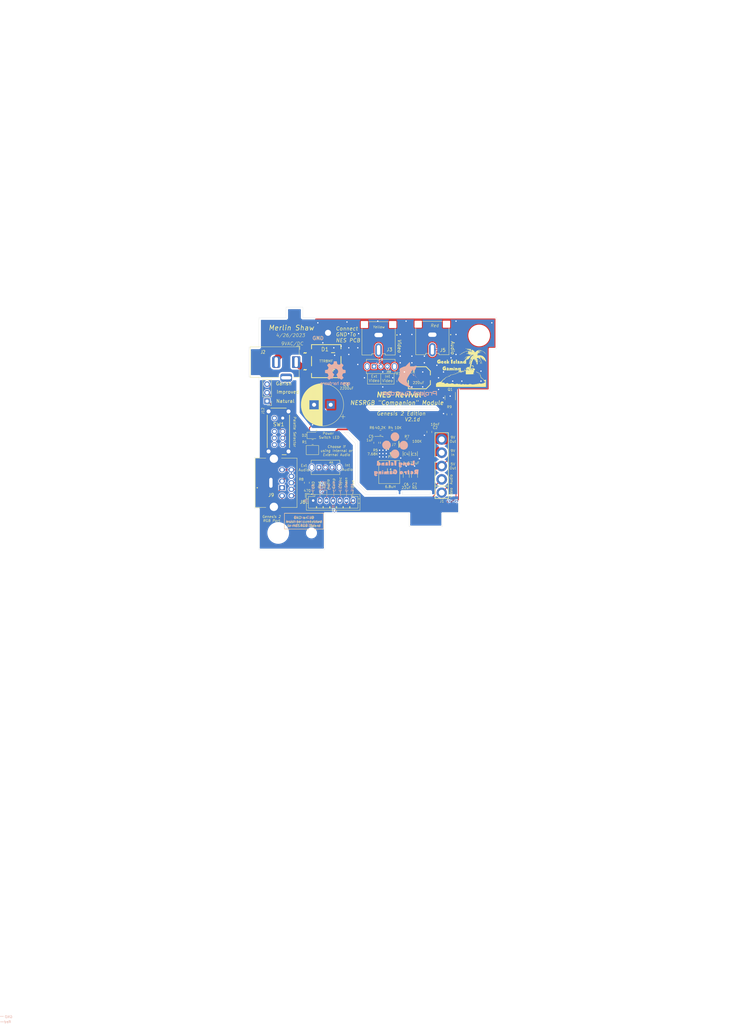
<source format=kicad_pcb>
(kicad_pcb (version 20211014) (generator pcbnew)
  (layers (0 "F.Cu" signal) (31 "B.Cu" signal) (34 "B.Paste" user) (35 "F.Paste" user) (36 "B.SilkS" user "B.Silkscreen") (37 "F.SilkS" user "F.Silkscreen") (38 "B.Mask" user) (39 "F.Mask" user) (44 "Edge.Cuts" user))
  (net 0 "")
  (net 1 "5V Out")
  (net 2 "Net-(D2-Pad2)")
  (net 3 "Video Out")
  (net 4 "GND")
  (net 5 "Video In")
  (net 6 "Audio In")
  (net 7 "9VIn")
  (net 8 "9VOut")
  (net 10 "Net-(J7-Pad4)")
  (net 11 "Net-(R4-Pad2)")
  (net 12 "SW")
  (net 13 "EN")
  (net 14 "Net-(C5-Pad1)")
  (net 15 "CSync")
  (net 16 "Blue")
  (net 17 "Green")
  (net 18 "Aud")
  (net 19 "Red")
  (net 20 "MultiFunction")
  (net 21 "A")
  (net 22 "Net-(SW1-Pad6)")
  (net 23 "Net-(SW1-Pad7)")
  (net 24 "Net-(SW1-Pad8)")
  (net 25 "Gnd2")
  (net 26 "Csync2")
  (net 27 "AC")
  (net 28 "AC2")
  (net 29 "LED_In")
  (net 30 "Int_Vid")
  (net 31 "2t2")
  (net 32 "2i2")
  (footprint "Resistor_SMD:R_0805_2012Metric" (layer "F.Cu") (at 243.3 -53.5 180)
    (fp_text reference "R4")
    (fp_text value "10k")
  )
  (footprint "Merlin:SolderJumper-2_P1.3mm_Open_TrianglePad1.0x1.5mm" (layer "F.Cu") (at 219.4 -48.3 180)
    (fp_text reference "RJV-EXT1" hide)
    (fp_text value "Resistor" hide)
  )
  (footprint "Capacitor_SMD:C_0805_2012Metric" (layer "F.Cu") (at 240.55 -50.5 -90)
    (fp_text reference "C5")
    (fp_text value "1uF")
  )
  (footprint "easyeda:SOT-23-6_L2.9-W1.6-P0.95-LS2.8-BR" (layer "F.Cu") (at 243.8 -50 -90)
    (fp_text reference "J7")
    (fp_text value "SOT-23-6_L2.9-W1.6-P0.95-LS2.8-BR" hide)
  )
  (footprint "Merlin:SW_OS102011MS2QN1" (layer "F.Cu") (at 223.3 -43.1)
    (fp_text reference "J11")
    (fp_text value "DP3T")
  )
  (footprint "Connector_PinHeader_2.54mm:PinHeader_1x04_P2.54mm_Vertical" (layer "F.Cu") (at 205.75 -63 180)
    (fp_text reference "J12")
    (fp_text value "${ALTIUM_VALUE}")
  )
  (footprint "Resistor_SMD:R_0805_2012Metric" (layer "F.Cu") (at 219.4375 -50.7 180)
    (fp_text reference "R1")
    (fp_text value "680")
  )
  (footprint "Resistor_SMD:R_0805_2012Metric" (layer "F.Cu") (at 239.8 -53.5 180)
    (fp_text reference "R6")
    (fp_text value "40.2k")
  )
  (footprint "" (layer "F.Cu") (at 209.1 -23.42)
    (fp_text reference "")
    (fp_text value "")
  )
  (footprint "Merlin:GeekIsland2" (layer "F.Cu") (at 264 -73.25)
    (fp_text reference "G***" hide)
    (fp_text value "LOGO" hide)
  )
  (footprint "Capacitor_SMD:C_1206_3216Metric" (layer "F.Cu") (at 250 -47.2 -90)
    (fp_text reference "C3")
    (fp_text value "22uf/25")
  )
  (footprint "Resistor_SMD:R_0805_2012Metric" (layer "F.Cu") (at 247.7 -50.9)
    (fp_text reference "R7")
    (fp_text value "100K")
  )
  (footprint "Merlin:CUI_MD-90SM" (layer "F.Cu") (at 208.4 -38.48 -90)
    (fp_text reference "J9")
    (fp_text value "MD-90SM" hide)
  )
  (footprint "Capacitor_SMD:C_1206_3216Metric" (layer "F.Cu") (at 250.05 -40.75 90)
    (fp_text reference "C7")
    (fp_text value "22uf/25")
  )
  (footprint "Connector_BarrelJack:BarrelJack_Horizontal" (layer "F.Cu") (at 214.5 -74.7)
    (fp_text reference "J2")
    (fp_text value "DC-005-5A-2.5")
  )
  (footprint "Resistor_SMD:R_0805_2012Metric" (layer "F.Cu") (at 245.5 -69 90)
    (fp_text reference "R10")
    (fp_text value "110R")
  )
  (footprint "Electromechanical.IntLib:SW-DP3T (EG2319)" (layer "F.Cu") (at 209.2 -53.9 -90)
    (fp_text reference "SW1")
    (fp_text value "DP3T" hide)
  )
  (footprint "Resistor_SMD:R_0805_2012Metric" (layer "F.Cu") (at 238.55 -50.5 -90)
    (fp_text reference "R5")
    (fp_text value "7.68k")
  )
  (footprint "Merlin:CUI_RCJ-044" (layer "F.Cu") (at 239.246 -82.842 90)
    (fp_text reference "J3")
    (fp_text value "White RCJ-" hide)
    (fp_line (start 2.3 5.15) (end 4 5.15) (layer "Edge.Cuts") (width 0.01))
    (fp_line (start 4 5.15) (end 4 3.35) (layer "Edge.Cuts") (width 0.01))
    (fp_line (start 2.3 -5.15) (end 2.3 -3.35) (layer "Edge.Cuts") (width 0.01))
    (fp_line (start 4 -5.15) (end 2.3 -5.15) (layer "Edge.Cuts") (width 0.01))
    (fp_line (start 2.3 3.35) (end 2.3 5.15) (layer "Edge.Cuts") (width 0.01))
    (fp_line (start 4 -3.35) (end 4 -5.15) (layer "Edge.Cuts") (width 0.01))
    (fp_line (start 4 3.35) (end 2.3 3.35) (layer "Edge.Cuts") (width 0.01))
    (fp_line (start 2.3 -3.35) (end 4 -3.35) (layer "Edge.Cuts") (width 0.01))
  )
  (footprint "easyeda:CAP-SMD_BD6.3-L6.5-W6.5-LS7.0-FD" (layer "F.Cu") (at 251.5 -70 180)
    (fp_text reference "C8")
    (fp_text value "220uF" hide)
  )
  (footprint "Capacitor_SMD:C_1206_3216Metric" (layer "F.Cu") (at 247.55 -40.75 90)
    (fp_text reference "C6")
    (fp_text value "22uf/25")
  )
  (footprint "easyeda:DIO-BG-TH_TTF" (layer "F.Cu") (at 223.55 -75 180)
    (fp_text reference "D1")
    (fp_text value "AC" hide)
  )
  (footprint "Resistor_SMD:R_0805_2012Metric" (layer "F.Cu") (at 260.5 -59 90)
    (fp_text reference "R9")
    (fp_text value "300")
  )
  (footprint "" (layer "F.Cu") (at 219.1 -23.42)
    (fp_text reference "")
    (fp_text value "")
  )
  (footprint "Resistor_SMD:R_0805_2012Metric" (layer "F.Cu") (at 217.7 -38.5 90)
    (fp_text reference "R8")
    (fp_text value "470" hide)
  )
  (footprint "Capacitor_SMD:C_0805_2012Metric" (layer "F.Cu") (at 254.5 -53.75 -90)
    (fp_text reference "C2")
    (fp_text value "10nF")
  )
  (footprint "Merlin:CUI_RCJ-044" (layer "F.Cu") (at 255.392 -82.936 90)
    (fp_text reference "J5")
    (fp_text value "Red RCJ-042" hide)
    (fp_line (start 4 -3.35) (end 4 -5.15) (layer "Edge.Cuts") (width 0.01))
    (fp_line (start 2.3 5.15) (end 4 5.15) (layer "Edge.Cuts") (width 0.01))
    (fp_line (start 2.3 -3.35) (end 4 -3.35) (layer "Edge.Cuts") (width 0.01))
    (fp_line (start 2.3 3.35) (end 2.3 5.15) (layer "Edge.Cuts") (width 0.01))
    (fp_line (start 4 3.35) (end 2.3 3.35) (layer "Edge.Cuts") (width 0.01))
    (fp_line (start 4 5.15) (end 4 3.35) (layer "Edge.Cuts") (width 0.01))
    (fp_line (start 4 -5.15) (end 2.3 -5.15) (layer "Edge.Cuts") (width 0.01))
    (fp_line (start 2.3 -5.15) (end 2.3 -3.35) (layer "Edge.Cuts") (width 0.01))
  )
  (footprint "Connector_JST:JST_PH_B7B-PH-K_1x07_P2.00mm_Vertical" (layer "F.Cu") (at 219.6 -33.15)
    (fp_text reference "J8")
    (fp_text value "${ALTIUM_VALUE}")
  )
  (footprint "" (layer "F.Cu") (at 269.45 -82.7)
    (fp_text reference "")
    (fp_text value "")
  )
  (footprint "Merlin:Inductor-L_6.3x6.3_H3" (layer "F.Cu") (at 242.39 -41.5)
    (fp_text reference "L1")
    (fp_text value "6.8uH")
  )
  (footprint "Package_TO_SOT_SMD:SOT-23" (layer "F.Cu") (at 260.75 -64 -90)
    (fp_text reference "Q1")
    (fp_text value " ")
  )
  (footprint "Capacitor_SMD:C_1206_3216Metric" (layer "F.Cu") (at 247.5 -47.2 -90)
    (fp_text reference "C4")
    (fp_text value ".1uF")
  )
  (footprint "Connectors.IntLib:WIREPAD-09-15" (layer "F.Cu") (at 224.05 -83.5 90)
    (fp_text reference "GND")
    (fp_text value "Wire Pad" hide)
  )
  (footprint "Specialty Components.IntLib:RF BOARD CONNECTOR" (layer "F.Cu") (at 258.2 -35.5 90)
    (fp_text reference "J1")
    (fp_text value "Board Connector" hide)
  )
  (footprint "Capacitor_THT:CP_Radial_D12.5mm_P5.00mm" (layer "F.Cu") (at 224.867677 -61.9 180)
    (fp_text reference "C1")
    (fp_text value "2200uF 25V")
  )
  (footprint "Merlin:SW_OS102011MS2QN1" (layer "F.Cu") (at 239.9 -73.4)
    (fp_text reference "J10")
    (fp_text value "Conn_01x03")
  )
  (footprint "LED_SMD:LED_0805_2012Metric" (layer "F.Cu") (at 219.4375 -52.7)
    (fp_text reference "D2")
    (fp_text value "Power LED")
  )
  (footprint "Merlin:LongIslandRetroGaming4" (layer "B.Cu") (at 244.25 -47.25 180)
    (fp_text reference "G***")
    (fp_text value "LOGO" hide)
  )
  (footprint "Merlin:PG_20mmx13.1mm" (layer "B.Cu") (at 248.5 -69.75 180)
    (fp_text reference "G***" hide)
    (fp_text value "LOGO" hide)
  )
  (footprint "Symbol:OSHW-Logo2_9.8x8mm_SilkScreen" (layer "B.Cu") (at 226.25 -71.25 180)
    (fp_text reference "REF**" hide)
    (fp_text value "OSHW-Logo2_9.8x8mm_SilkScreen" hide)
  )
  (gr_line (start 231.4 -34.499756) (end 231.4 -35.500245) (layer "B.SilkS") (width 0.12))
  (gr_line (start 227.82 -34.500245) (end 227.82 -35.500245) (layer "B.SilkS") (width 0.12))
  (gr_line (start 126.599022 121.71) (end 125.599022 121.71) (layer "B.SilkS") (width 0.12))
  (gr_rect (start 210.95 -24.625) (end 222.7 -29.375) (layer "B.SilkS") (width 0.12) (fill none))
  (gr_line (start 223.7 -34.449756) (end 223.7 -35.449756) (layer "B.SilkS") (width 0.12))
  (gr_line (start 126.649511 123.36) (end 125.649022 123.36) (layer "B.SilkS") (width 0.12))
  (gr_line (start 221.66 -34.450245) (end 221.66 -35.450245) (layer "B.SilkS") (width 0.12))
  (gr_line (start 229.62 -34.500245) (end 229.62 -35.500245) (layer "B.SilkS") (width 0.12))
  (gr_line (start 225.82 -34.500245) (end 225.82 -35.500245) (layer "B.SilkS") (width 0.12))
  (gr_line (start 219.62 -34.400245) (end 219.62 -35.400245) (layer "B.SilkS") (width 0.12))
  (gr_rect (start 217.5 -46.925) (end 221.25 -49.675) (layer "F.SilkS") (width 0.12) (fill none))
  (gr_line (start 243.9 -71.1) (end 243.9 -68.1) (layer "F.SilkS") (width 0.12))
  (gr_line (start 229.6 -36.4) (end 229.6 -35.4) (layer "F.SilkS") (width 0.12))
  (gr_line (start 240.55 -52.4) (end 240.55 -52.2) (layer "F.SilkS") (width 0.12))
  (gr_line (start 219.5 -36.3) (end 219.5 -35.3) (layer "F.SilkS") (width 0.12))
  (gr_line (start 221.56 -36.35) (end 221.56 -35.35) (layer "F.SilkS") (width 0.12))
  (gr_line (start 235.9 -68.1) (end 243.9 -68.1) (layer "F.SilkS") (width 0.12))
  (gr_line (start 223.71 -36.349511) (end 223.71 -35.349511) (layer "F.SilkS") (width 0.12))
  (gr_line (start 231.6 -36.250245) (end 231.6 -35.249756) (layer "F.SilkS") (width 0.12))
  (gr_line (start 225.75 -36.4) (end 225.75 -35.4) (layer "F.SilkS") (width 0.12))
  (gr_line (start 238.05 -52.4) (end 240.55 -52.4) (layer "F.SilkS") (width 0.12))
  (gr_rect (start 211 -29.3) (end 222.75 -24.55) (layer "F.SilkS") (width 0.12) (fill none))
  (gr_line (start 239.9 -71.1) (end 239.9 -68.1) (layer "F.SilkS") (width 0.12))
  (gr_line (start 220.6 -54.4375) (end 220.6 -53.9625) (layer "F.SilkS") (width 0.12))
  (gr_line (start 227.75 -36.4) (end 227.75 -35.4) (layer "F.SilkS") (width 0.12))
  (gr_line (start 220.3625 -54.2) (end 220.8375 -54.2) (layer "F.SilkS") (width 0.12))
  (gr_line (start 235.9 -68.1) (end 235.9 -71.1) (layer "F.SilkS") (width 0.12))
  (gr_line (start 203.3 -18.42) (end 203.3 -30.8) (layer "Edge.Cuts") (width 0.05))
  (gr_line (start 236.75 -60.5) (end 236.5 -60.75) (layer "Edge.Cuts") (width 0.05))
  (gr_line (start 230.05 -53.75) (end 229.05 -53.75) (layer "Edge.Cuts") (width 0.05))
  (gr_line (start 241.75 -61.25) (end 236 -61.25) (layer "Edge.Cuts") (width 0.05))
  (gr_line (start 272.6 -66.2) (end 263.45 -66.2) (layer "Edge.Cuts") (width 0.05))
  (gr_line (start 248.45 -29.32) (end 223.1 -29.32) (layer "Edge.Cuts") (width 0.05))
  (gr_line (start 235.55 -35.75) (end 244.8 -35.75) (layer "Edge.Cuts") (width 0.05))
  (gr_line (start 263.45 -29.32) (end 258.4 -29.32) (layer "Edge.Cuts") (width 0.05))
  (gr_line (start 223.1 -29.32) (end 223.1 -18.42) (layer "Edge.Cuts") (width 0.05))
  (gr_line (start 242.25 -60.5) (end 236.75 -60.5) (layer "Edge.Cuts") (width 0.05))
  (gr_line (start 235.3 -35) (end 232.3 -38) (layer "Edge.Cuts") (width 0.05))
  (gr_line (start 232.3 -50.25) (end 232.3 -38) (layer "Edge.Cuts") (width 0.05))
  (gr_line (start 202 -30.8) (end 203.3 -30.8) (layer "Edge.Cuts") (width 0.05))
  (gr_line (start 228.8 -53.75) (end 229.05 -53.75) (layer "Edge.Cuts") (width 0.05))
  (gr_line (start 263.45 -66.2) (end 263.45 -29.32) (layer "Edge.Cuts") (width 0.05))
  (gr_line (start 244.8 -35.75) (end 244.8 -35) (layer "Edge.Cuts") (width 0.05))
  (gr_line (start 211.45 -91.2) (end 216.5 -91.2) (layer "Edge.Cuts") (width 0.05))
  (gr_line (start 203.3 -79.2) (end 203.3 -88) (layer "Edge.Cuts") (width 0.05))
  (gr_line (start 274.65 -88.1) (end 274.65 -78.7) (layer "Edge.Cuts") (width 0.05))
  (gr_line (start 257 -60.5) (end 256.25 -61.25) (layer "Edge.Cuts") (width 0.05))
  (gr_line (start 233.05 -50.75) (end 230.05 -53.75) (layer "Edge.Cuts") (width 0.05))
  (gr_line (start 203.3 -88) (end 211.45 -88) (layer "Edge.Cuts") (width 0.05))
  (gr_line (start 216.5 -88.1) (end 274.65 -88.1) (layer "Edge.Cuts") (width 0.05))
  (gr_line (start 236 -61.25) (end 236.5 -60.75) (layer "Edge.Cuts") (width 0.05))
  (gr_line (start 242.25 -60.5) (end 257 -60.5) (layer "Edge.Cuts") (width 0.05))
  (gr_line (start 235.55 -35.75) (end 233.05 -38.25) (layer "Edge.Cuts") (width 0.05))
  (gr_line (start 246.3 -35.75) (end 246.3 -35) (layer "Edge.Cuts") (width 0.05))
  (gr_line (start 202 -30.8) (end 202 -46.1) (layer "Edge.Cuts") (width 0.05))
  (gr_line (start 274.65 -78.7) (end 272.6 -78.7) (layer "Edge.Cuts") (width 0.05))
  (gr_line (start 254.8 -35.75) (end 246.3 -35.75) (layer "Edge.Cuts") (width 0.05))
  (gr_line (start 244.8 -35) (end 235.3 -35) (layer "Edge.Cuts") (width 0.05))
  (gr_line (start 202 -46.1) (end 203.3 -46.1) (layer "Edge.Cuts") (width 0.05))
  (gr_line (start 246.3 -35) (end 254.8 -35) (layer "Edge.Cuts") (width 0.05))
  (gr_line (start 272.6 -78.7) (end 272.6 -66.2) (layer "Edge.Cuts") (width 0.05))
  (gr_line (start 248.45 -25.32) (end 248.45 -29.32) (layer "Edge.Cuts") (width 0.05))
  (gr_line (start 203.3 -70.2) (end 200.3 -70.2) (layer "Edge.Cuts") (width 0.05))
  (gr_line (start 233.05 -38.25) (end 233.05 -50.75) (layer "Edge.Cuts") (width 0.05))
  (gr_line (start 200.3 -79.2) (end 203.3 -79.2) (layer "Edge.Cuts") (width 0.05))
  (gr_line (start 200.3 -70.2) (end 200.3 -79.2) (layer "Edge.Cuts") (width 0.05))
  (gr_line (start 258.4 -29.32) (end 258.4 -25.32) (layer "Edge.Cuts") (width 0.05))
  (gr_line (start 254.8 -35) (end 254.8 -35.75) (layer "Edge.Cuts") (width 0.05))
  (gr_line (start 203.3 -46.1) (end 203.3 -70.2) (layer "Edge.Cuts") (width 0.05))
  (gr_line (start 211.45 -88) (end 211.45 -91.2) (layer "Edge.Cuts") (width 0.05))
  (gr_line (start 223.1 -18.42) (end 203.3 -18.42) (layer "Edge.Cuts") (width 0.05))
  (gr_line (start 216.5 -91.2) (end 216.5 -88.1) (layer "Edge.Cuts") (width 0.05))
  (gr_line (start 258.4 -25.32) (end 248.45 -25.32) (layer "Edge.Cuts") (width 0.05))
  (gr_line (start 232.3 -50.25) (end 228.8 -53.75) (layer "Edge.Cuts") (width 0.05))
  (gr_line (start 256.25 -61.25) (end 241.75 -61.25) (layer "Edge.Cuts") (width 0.05))
  (gr_text "Green" (at 229.6 -37.3 -90) (layer "B.SilkS") (effects (font (size 0.75 0.75) (thickness 0.1) bold italic) (justify mirror)))
  (gr_text "CSync" (at 227.7 -35.7 -90) (layer "B.SilkS") (effects (font (size 0.75 0.75) (thickness 0.1) bold italic) (justify left mirror)))
  (gr_text "GND on J8\nmust be connected\nto NESRGB Board" (at 216.95 -26.875) (layer "B.SilkS") (effects (font (size 0.75 0.75) (thickness 0.1) bold italic) (justify mirror)))
  (gr_text "Red" (at 221.62 -36.900245 -90) (layer "B.SilkS") (effects (font (size 0.75 0.75) (thickness 0.1) bold italic) (justify mirror)))
  (gr_text "Red" (at 127.849511 123.36) (layer "B.SilkS") (effects (font (size 0.75 0.75) (thickness 0.1) bold italic) (justify mirror)))
  (gr_text "GND" (at 128.149511 121.86) (layer "B.SilkS") (effects (font (size 0.75 0.75) (thickness 0.1) bold italic) (justify mirror)))
  (gr_text "GND" (at 219.47 -36.850245 -90) (layer "B.SilkS") (effects (font (size 0.75 0.75) (thickness 0.1) bold italic) (justify mirror)))
  (gr_text "Comp" (at 225.9 -37.3 -90) (layer "B.SilkS") (effects (font (size 0.75 0.75) (thickness 0.1) bold italic) (justify mirror)))
  (gr_text "Ext \nAudio" (at 223.8 -37.4 -90) (layer "B.SilkS") (effects (font (size 0.75 0.75) (thickness 0.1) bold italic) (justify mirror)))
  (gr_text "J8" (at 217.6 -33.1) (layer "B.SilkS") (effects (font (size 0.75 0.75) (thickness 0.1)) (justify mirror)))
  (gr_text "Blue" (at 231.3 -35.7 -90) (layer "B.SilkS") (effects (font (size 0.75 0.75) (thickness 0.1) bold italic) (justify left mirror)))
  (gr_text "9V\nOut" (at 261.55 -51.5) (layer "F.SilkS") (effects (font (size 0.75 0.75) (thickness 0.1))))
  (gr_text "Blue" (at 231.5 -36.75 90) (layer "F.SilkS") (effects (font (size 0.75 0.75) (thickness 0.1) bold italic) (justify left)))
  (gr_text "22uF" (at 247.55 -37) (layer "F.SilkS") (effects (font (size 0.75 0.75) (thickness 0.1))))
  (gr_text "~" (at 217.2 -72.45) (layer "F.SilkS") (effects (font (size 1.5 1.5) (thickness 0.3))))
  (gr_text "100K" (at 250.8 -50.9) (layer "F.SilkS") (effects (font (size 0.75 0.75) (thickness 0.1))))
  (gr_text "Video" (at 261.05 -35.5 90) (layer "F.SilkS") (effects (font (size 0.75 0.75) (thickness 0.1))))
  (gr_text "10nF" (at 256.25 -56) (layer "F.SilkS") (effects (font (size 0.75 0.75) (thickness 0.1))))
  (gr_text "GND on J8\nmust be connected\nto NESRGB Board" (at 216.75 -26.8) (layer "F.SilkS") (effects (font (size 0.75 0.75) (thickness 0.1) bold italic)))
  (gr_text "Natural" (at 211.25 -63) (layer "F.SilkS") (effects (font (size 1 1))))
  (gr_text "Merlin Shaw" (at 213.05 -85) (layer "F.SilkS") (effects (font (size 1.5 1.5) (thickness 0.2) bold italic)))
  (gr_text "NESRGB {dblquote}Companion{dblquote} Module" (at 244.75 -62.5) (layer "F.SilkS") (effects (font (size 1.25 1.25) (thickness 0.2) italic)))
  (gr_text "Green" (at 229.5 -38.5 90) (layer "F.SilkS") (effects (font (size 0.75 0.75) (thickness 0.1) bold italic)))
  (gr_text "Yellow\n" (at 239.3 -85.25) (layer "F.SilkS") (effects (font (size 0.75 0.75) (thickness 0.1) bold italic)))
  (gr_text "220uF" (at 251.25 -68.5) (layer "F.SilkS") (effects (font (size 0.75 0.75) (thickness 0.1))))
  (gr_text "Power \nSwitch LED" (at 224.4 -52.7) (layer "F.SilkS") (effects (font (size 0.75 0.75) (thickness 0.1))))
  (gr_text "470" (at 217.8 -36.1) (layer "F.SilkS") (effects (font (size 0.75 0.75) (thickness 0.1))))
  (gr_text "Ext\nVideo" (at 237.9 -69.8) (layer "F.SilkS") (effects (font (size 0.8 0.8) (thickness 0.1))))
  (gr_text "Comp" (at 225.75 -38.25 90) (layer "F.SilkS") (effects (font (size 0.75 0.75) (thickness 0.1) bold italic)))
  (gr_text "NS" (at 250.05 -37) (layer "F.SilkS") (effects (font (size 0.75 0.75) (thickness 0.1))))
  (gr_text "GND" (at 219.65 -37.75 90) (layer "F.SilkS") (effects (font (size 0.75 0.75) (thickness 0.1) bold italic)))
  (gr_text "9V\nIn" (at 261.55 -47.5) (layer "F.SilkS") (effects (font (size 0.75 0.75) (thickness 0.1))))
  (gr_text "22uF" (at 250.1 -44.4) (layer "F.SilkS") (effects (font (size 0.75 0.75) (thickness 0.1))))
  (gr_text "Red" (at 256.1 -85.67) (layer "F.SilkS") (effects (font (size 0.9 0.9) (thickness 0.1) bold italic)))
  (gr_text "1uF" (at 236.6 -51.3) (layer "F.SilkS") (effects (font (size 0.75 0.75) (thickness 0.1))))
  (gr_text "9VAC/DC" (at 213.3 -80.25) (layer "F.SilkS") (effects (font (size 1 1) (thickness 0.1) bold italic)))
  (gr_text "Video" (at 245.5 -79.5 270) (layer "F.SilkS") (effects (font (size 1 1) (thickness 0.15) bold italic)))
  (gr_text "Ext\nAudio" (at 216.8 -43) (layer "F.SilkS") (effects (font (size 0.8 0.8) (thickness 0.1))))
  (gr_text "Pin1" (at 243.3 -46.25) (layer "F.SilkS") (effects (font (size 0.75 0.75) (thickness 0.1))))
  (gr_text "Garish" (at 210.75 -68.25) (layer "F.SilkS") (effects (font (size 1 1))))
  (gr_text "Red" (at 221.5 -37.8 90) (layer "F.SilkS") (effects (font (size 0.75 0.75) (thickness 0.1) bold italic)))
  (gr_text "Int\nVideo" (at 241.9 -69.75) (layer "F.SilkS") (effects (font (size 0.8 0.8) (thickness 0.1))))
  (gr_text "2200uF" (at 229.682323 -66.85) (layer "F.SilkS") (effects (font (size 0.75 0.75) (thickness 0.1))))
  (gr_text "NES Revival" (at 245.35 -64.9) (layer "F.SilkS") (effects (font (size 1.5 1.5) (thickness 0.3) italic)))
  (gr_text "5V\nOut" (at 261.55 -43.5) (layer "F.SilkS") (effects (font (size 0.75 0.75) (thickness 0.1))))
  (gr_text "Ext \nAudio" (at 223.5 -38 90) (layer "F.SilkS") (effects (font (size 0.75 0.75) (thickness 0.1) bold italic)))
  (gr_text "10K" (at 245.1 -55) (layer "F.SilkS") (effects (font (size 0.75 0.75) (thickness 0.1))))
  (gr_text "V2.1d" (at 247 -57.5) (layer "F.SilkS") (effects (font (size 1.1 1.1) (thickness 0.15) bold italic) (justify left)))
  (gr_text "Choose if\nusing Internal or\nExternal Audio" (at 226.6 -48.1) (layer "F.SilkS") (effects (font (size 0.75 0.75) (thickness 0.1) bold italic)))
  (gr_text "Int\nAudio" (at 229.9 -43.1) (layer "F.SilkS") (effects (font (size 0.8 0.8) (thickness 0.1))))
  (gr_text "4/26/2023" (at 212.8 -82.75) (layer "F.SilkS") (effects (font (size 1 1) (thickness 0.1) bold italic)))
  (gr_text "Improved" (at 212 -65.75) (layer "F.SilkS") (effects (font (size 1 1))))
  (gr_text "Genesis 2 Edition" (at 238.6 -59.25) (layer "F.SilkS") (effects (font (size 1.1 1.1) (thickness 0.15) bold italic) (justify left)))
  (gr_text "TTR8MF" (at 223.5 -75) (layer "F.SilkS") (effects (font (size 0.75 0.75) (thickness 0.1))))
  (gr_text "Connect\nGND To\nNES PCB" (at 226.3 -83) (layer "F.SilkS") (effects (font (size 1.1 1.1) (thickness 0.15) bold italic) (justify left)))
  (gr_text "6.8uH" (at 242.8 -37.3) (layer "F.SilkS") (effects (font (size 0.75 0.75) (thickness 0.1))))
  (gr_text "Genesis 2\nRGB Port" (at 207.1 -27.7) (layer "F.SilkS") (effects (font (size 0.75 0.75) (thickness 0.1) bold italic)))
  (gr_text ".1uF" (at 247.4 -44.4) (layer "F.SilkS") (effects (font (size 0.75 0.75) (thickness 0.1))))
  (gr_text "Audio" (at 261.05 -39.5 90) (layer "F.SilkS") (effects (font (size 0.75 0.75) (thickness 0.1))))
  (gr_text "40.2K" (at 239.8 -55) (layer "F.SilkS") (effects (font (size 0.75 0.75) (thickness 0.1))))
  (gr_text "Audio" (at 261.5 -79 270) (layer "F.SilkS") (effects (font (size 1 1) (thickness 0.15) bold italic)))
  (gr_text "7.68K" (at 237.5 -47.1) (layer "F.SilkS") (effects (font (size 0.75 0.75) (thickness 0.1))))
  (gr_text "~" (at 217.2 -77.5) (layer "F.SilkS") (effects (font (size 1.5 1.5) (thickness 0.3))))
  (gr_text "CSync" (at 227.75 -36.75 90) (layer "F.SilkS") (effects (font (size 0.75 0.75) (thickness 0.1) bold italic) (justify left)))
  (gr_text "Palette Selector" (at 214.05 -53.75 270) (layer "F.SilkS") (effects (font (size 0.75 0.75) (thickness 0.1))))
  (gr_text "↑" (at 242.8 -47.25) (layer "F.SilkS") (effects (font (size 1 1))))
  (segment (start 260.75 -57.8375) (end 260.75 -46.05) (width 0.25) (layer "F.Cu") (net 1))
  (segment (start 211.59952 -44.79952) (end 213.4 -46.6) (width 0.5) (layer "F.Cu") (net 1))
  (segment (start 219.3 -46.6) (end 220.125 -47.425) (width 0.5) (layer "F.Cu") (net 1))
  (segment (start 237.6375 -41.4125) (end 239.8 -39.25) (width 0.5) (layer "F.Cu") (net 1))
  (segment (start 220.8 -48.3) (end 220.125 -48.3) (width 0.5) (layer "F.Cu") (net 1))
  (segment (start 218.6 -46.6) (end 219.3 -46.6) (width 0.5) (layer "F.Cu") (net 1))
  (segment (start 236.65 -52.15) (end 234.3 -54.5) (width 0.5) (layer "F.Cu") (net 1))
  (segment (start 234.3 -54.5) (end 227 -54.5) (width 0.5) (layer "F.Cu") (net 1))
  (segment (start 237.55 -41.4125) (end 237.6375 -41.4125) (width 0.5) (layer "F.Cu") (net 1))
  (segment (start 239.8 -39.25) (end 242.39 -39.25) (width 0.5) (layer "F.Cu") (net 1))
  (segment (start 211.59952 -40.32952) (end 211.59952 -44.79952) (width 0.5) (layer "F.Cu") (net 1))
  (segment (start 220.125 -47.425) (end 220.125 -48.3) (width 0.5) (layer "F.Cu") (net 1))
  (segment (start 260.75 -46.05) (end 258.2 -43.5) (width 0.25) (layer "F.Cu") (net 1))
  (segment (start 260.5 -58.0875) (end 260.75 -57.8375) (width 0.25) (layer "F.Cu") (net 1))
  (segment (start 237.3 -41.6625) (end 237.3 -51.5) (width 0.5) (layer "F.Cu") (net 1))
  (segment (start 237.55 -41.4125) (end 237.3 -41.6625) (width 0.5) (layer "F.Cu") (net 1))
  (segment (start 251.65 -39.25) (end 242.39 -39.25) (width 2) (layer "F.Cu") (net 1))
  (segment (start 258.2 -43.5) (end 255.9 -43.5) (width 2) (layer "F.Cu") (net 1))
  (segment (start 237.3 -51.5) (end 237.175 -51.625) (width 0.5) (layer "F.Cu") (net 1))
  (segment (start 238 -53.5) (end 236.65 -52.15) (width 0.35) (layer "F.Cu") (net 1))
  (segment (start 238.8875 -53.5) (end 238 -53.5) (width 0.35) (layer "F.Cu") (net 1))
  (segment (start 237.175 -51.625) (end 236.65 -52.15) (width 0.5) (layer "F.Cu") (net 1))
  (segment (start 227 -54.5) (end 220.8 -48.3) (width 0.5) (layer "F.Cu") (net 1))
  (segment (start 213.4 -46.6) (end 218.6 -46.6) (width 0.5) (layer "F.Cu") (net 1))
  (segment (start 210.25 -38.98) (end 211.59952 -40.32952) (width 0.5) (layer "F.Cu") (net 1))
  (segment (start 255.9 -43.5) (end 251.65 -39.25) (width 2) (layer "F.Cu") (net 1))
  (segment (start 220.35 -50.7) (end 220.35 -52.675) (width 0.25) (layer "F.Cu") (net 2))
  (segment (start 240 -75.5) (end 237.9 -73.4) (width 0.25) (layer "F.Cu") (net 3))
  (segment (start 233.5 -31.8) (end 260.2 -31.8) (width 0.25) (layer "F.Cu") (net 3))
  (segment (start 223.27 -36.53) (end 225.6 -34.2) (width 0.25) (layer "F.Cu") (net 3))
  (segment (start 231.925 -30.225) (end 233.5 -31.8) (width 0.25) (layer "F.Cu") (net 3))
  (segment (start 262.5 -34.1) (end 262.5 -69.75) (width 0.25) (layer "F.Cu") (net 3))
  (segment (start 262.5 -69.75) (end 256.75 -75.5) (width 0.25) (layer "F.Cu") (net 3))
  (segment (start 260.2 -31.8) (end 262.5 -34.1) (width 0.25) (layer "F.Cu") (net 3))
  (segment (start 226.2245 -30.225) (end 231.925 -30.225) (width 0.25) (layer "F.Cu") (net 3))
  (segment (start 256.75 -75.5) (end 240 -75.5) (width 0.25) (layer "F.Cu") (net 3))
  (segment (start 225.6 -34.2) (end 225.6 -33.15) (width 0.25) (layer "F.Cu") (net 3))
  (segment (start 213.05 -36.53) (end 223.27 -36.53) (width 0.25) (layer "F.Cu") (net 3))
  (segment (start 226 -30.0005) (end 226.2245 -30.225) (width 0.25) (layer "F.Cu") (net 3))
  (via (at 226 -30.0005) (size 0.8) (drill 0.4) (layers "F.Cu" "B.Cu") (net 3))
  (segment (start 225.6 -30.4005) (end 225.6 -33.15) (width 0.25) (layer "B.Cu") (net 3))
  (segment (start 226 -30.0005) (end 225.6 -30.4005) (width 0.25) (layer "B.Cu") (net 3))
  (segment (start 247.55 -42.225) (end 247.55 -43.5) (width 1.5) (layer "F.Cu") (net 4))
  (segment (start 218.5 -52.7) (end 218.5 -55) (width 0.25) (layer "F.Cu") (net 4))
  (segment (start 253 -52.75) (end 254.45 -52.75) (width 0.75) (layer "F.Cu") (net 4))
  (segment (start 247.5 -45.725) (end 246.075 -45.725) (width 1.5) (layer "F.Cu") (net 4))
  (segment (start 250.174996 -45.550004) (end 251.5 -45.550004) (width 1.5) (layer "F.Cu") (net 4))
  (segment (start 218.5 -55) (end 219.4 -55.9) (width 0.25) (layer "F.Cu") (net 4))
  (segment (start 250 -45.725) (end 250.174996 -45.550004) (width 1.5) (layer "F.Cu") (net 4))
  (segment (start 260.75 -64.5) (end 260.75 -63.0625) (width 0.25) (layer "F.Cu") (net 4))
  (segment (start 246.075 -45.725) (end 245.9 -45.9) (width 1.5) (layer "F.Cu") (net 4))
  (segment (start 250.05 -42.225) (end 250.05 -43.5) (width 1.5) (layer "F.Cu") (net 4))
  (segment (start 239.55 -48.5875) (end 238.55 -49.5875) (width 0.35) (layer "F.Cu") (net 4))
  (segment (start 239.55 -48.25) (end 239.55 -48.5875) (width 0.35) (layer "F.Cu") (net 4))
  (via (at 252.5 -71.75) (size 0.8) (drill 0.4) (layers "F.Cu" "B.Cu") (net 4))
  (via (at 247.55 -43.5) (size 0.8) (drill 0.4) (layers "F.Cu" "B.Cu") (net 4))
  (via (at 239.55 -46.25) (size 0.8) (drill 0.4) (layers "F.Cu" "B.Cu") (net 4))
  (via (at 251.5 -45.7) (size 0.8) (drill 0.4) (layers "F.Cu" "B.Cu") (net 4))
  (via (at 230.25 -83.25) (size 0.8) (drill 0.4) (layers "F.Cu" "B.Cu") (net 4))
  (via (at 249.25 -83) (size 0.8) (drill 0.4) (layers "F.Cu" "B.Cu") (net 4))
  (via (at 270 -72) (size 0.8) (drill 0.4) (layers "F.Cu" "B.Cu") (net 4))
  (via (at 264.25 -69) (size 0.8) (drill 0.4) (layers "F.Cu" "B.Cu") (net 4))
  (via (at 239 -87) (size 0.8) (drill 0.4) (layers "F.Cu" "B.Cu") (net 4))
  (via (at 230.3 -79) (size 0.8) (drill 0.4) (layers "F.Cu" "B.Cu") (net 4))
  (via (at 256.75 -73.75) (size 0.8) (drill 0.4) (layers "F.Cu" "B.Cu") (net 4))
  (via (at 258.75 -59.25) (size 0.8) (drill 0.4) (layers "F.Cu" "B.Cu") (net 4))
  (via (at 247.5 -87) (size 0.8) (drill 0.4) (layers "F.Cu" "B.Cu") (net 4))
  (via (at 226.05 -76.75) (size 0.8) (drill 0.4) (layers "F.Cu" "B.Cu") (net 4))
  (via (at 239.55 -48.25) (size 0.8) (drill 0.4) (layers "F.Cu" "B.Cu") (net 4))
  (via (at 262.5 -83) (size 0.8) (drill 0.4) (layers "F.Cu" "B.Cu") (net 4))
  (via (at 233.25 -83.25) (size 0.8) (drill 0.4) (layers "F.Cu" "B.Cu") (net 4))
  (via (at 262.5 -77) (size 0.8) (drill 0.4) (layers "F.Cu" "B.Cu") (net 4))
  (via (at 230.3 -77) (size 0.8) (drill 0.4) (layers "F.Cu" "B.Cu") (net 4))
  (via (at 240.55 -46.25) (size 0.8) (drill 0.4) (layers "F.Cu" "B.Cu") (net 4))
  (via (at 245.9 -45.9) (size 0.8) (drill 0.4) (layers "F.Cu" "B.Cu") (net 4))
  (via (at 249.25 -67.25) (size 0.8) (drill 0.4) (layers "F.Cu" "B.Cu") (net 4))
  (via (at 240.5 -67.25) (size 0.8) (drill 0.4) (layers "F.Cu" "B.Cu") (net 4))
  (via (at 258.75 -71.75) (size 0.8) (drill 0.4) (layers "F.Cu" "B.Cu") (net 4))
  (via (at 243.5 -70) (size 0.8) (drill 0.4) (layers "F.Cu" "B.Cu") (net 4))
  (via (at 240.55 -47.25) (size 0.8) (drill 0.4) (layers "F.Cu" "B.Cu") (net 4))
  (via (at 252.5 -67.25) (size 0.8) (drill 0.4) (layers "F.Cu" "B.Cu") (net 4))
  (via (at 273.25 -86.5) (size 0.8) (drill 0.4) (layers "F.Cu" "B.Cu") (net 4))
  (via (at 270 -69) (size 0.8) (drill 0.4) (layers "F.Cu" "B.Cu") (net 4))
  (via (at 261 -76) (size 0.8) (drill 0.4) (layers "F.Cu" "B.Cu") (net 4))
  (via (at 228 -79.5) (size 0.8) (drill 0.4) (layers "F.Cu" "B.Cu") (net 4))
  (via (at 250.05 -43.5) (size 0.8) (drill 0.4) (layers "F.Cu" "B.Cu") (net 4))
  (via (at 245.75 -74.5) (size 0.8) (drill 0.4) (layers "F.Cu" "B.Cu") (net 4))
  (via (at 233 -74) (size 0.8) (drill 0.4) (layers "F.Cu" "B.Cu") (net 4))
  (via (at 245.75 -76.5) (size 0.8) (drill 0.4) (layers "F.Cu" "B.Cu") (net 4))
  (via (at 249.25 -76.5) (size 0.8) (drill 0.4) (layers "F.Cu" "B.Cu") (net 4))
  (via (at 241.55 -47.25) (size 0.8) (drill 0.4) (layers "F.Cu" "B.Cu") (net 4))
  (via (at 247 -71.75) (size 0.8) (drill 0.4) (layers "F.Cu" "B.Cu") (net 4))
  (via (at 225.8 -79) (size 0.8) (drill 0.4) (layers "F.Cu" "B.Cu") (net 4))
  (via (at 249.25 -74.5) (size 0.8) (drill 0.4) (layers "F.Cu" "B.Cu") (net 4))
  (via (at 229.75 -86.75) (size 0.8) (drill 0.4) (layers "F.Cu" "B.Cu") (net 4))
  (via (at 245.75 -83) (size 0.8) (drill 0.4) (layers "F.Cu" "B.Cu") (net 4))
  (via (at 257.25 -70) (size 0.8) (drill 0.4) (layers "F.Cu" "B.Cu") (net 4))
  (via (at 239.55 -47.25) (size 0.8) (drill 0.4) (layers "F.Cu" "B.Cu") (net 4))
  (via (at 257.25 -66.5) (size 0.8) (drill 0.4) (layers "F.Cu" "B.Cu") (net 4))
  (via (at 233 -79) (size 0.8) (drill 0.4) (layers "F.Cu" "B.Cu") (net 4))
  (via (at 258.75 -64) (size 0.8) (drill 0.4) (layers "F.Cu" "B.Cu") (net 4))
  (via (at 219.4 -55.9) (size 0.8) (drill 0.4) (layers "F.Cu" "B.Cu") (net 4))
  (via (at 240.55 -48.25) (size 0.8) (drill 0.4) (layers "F.Cu" "B.Cu") (net 4))
  (via (at 240.5 -71.75) (size 0.8) (drill 0.4) (layers "F.Cu" "B.Cu") (net 4))
  (via (at 262.5 -87) (size 0.8) (drill 0.4) (layers "F.Cu" "B.Cu") (net 4))
  (via (at 253 -52.75) (size 0.8) (drill 0.4) (layers "F.Cu" "B.Cu") (net 4))
  (via (at 261.5 -69) (size 0.8) (drill 0.4) (layers "F.Cu" "B.Cu") (net 4))
  (via (at 241.55 -46.25) (size 0.8) (drill 0.4) (layers "F.Cu" "B.Cu") (net 4))
  (via (at 221 -86.5) (size 0.8) (drill 0.4) (layers "F.Cu" "B.Cu") (net 4))
  (via (at 222.5 -80.5) (size 0.8) (drill 0.4) (layers "F.Cu" "B.Cu") (net 4))
  (via (at 253 -74.5) (size 0.8) (drill 0.4) (layers "F.Cu" "B.Cu") (net 4))
  (via (at 235 -70) (size 0.8) (drill 0.4) (layers "F.Cu" "B.Cu") (net 4))
  (via (at 253 -76.5) (size 0.8) (drill 0.4) (layers "F.Cu" "B.Cu") (net 4))
  (via (at 260.75 -64.5) (size 0.8) (drill 0.4) (layers "F.Cu" "B.Cu") (net 4))
  (via (at 241.55 -48.25) (size 0.8) (drill 0.4) (layers "F.Cu" "B.Cu") (net 4))
  (segment (start 261.725 -39.025) (end 261.725 -64.9125) (width 0.25) (layer "F.Cu") (net 5))
  (segment (start 261.725 -64.9125) (end 261.7 -64.9375) (width 0.25) (layer "F.Cu") (net 5))
  (segment (start 258.2 -35.5) (end 261.725 -39.025) (width 0.25) (layer "F.Cu") (net 5))
  (segment (start 224.5 -41.9) (end 225.5 -41.9) (width 0.25) (layer "F.Cu") (net 6))
  (segment (start 217.825 -44.425) (end 220.975 -44.425) (width 0.25) (layer "F.Cu") (net 6))
  (segment (start 220.975 -44.425) (end 221 -44.4) (width 0.25) (layer "F.Cu") (net 6))
  (segment (start 262.737299 -32.962701) (end 263.215 -33.440402) (width 0.25) (layer "F.Cu") (net 6))
  (segment (start 259.814 -78.436) (end 255.392 -78.436) (width 0.25) (layer "F.Cu") (net 6))
  (segment (start 234.7 -32.7) (end 260 -32.7) (width 0.25) (layer "F.Cu") (net 6))
  (segment (start 225.5 -41.9) (end 231.5 -35.9) (width 0.25) (layer "F.Cu") (net 6))
  (segment (start 263.215 -33.440402) (end 263.215 -34.085) (width 0.25) (layer "F.Cu") (net 6))
  (segment (start 221 -44.4) (end 222 -44.4) (width 0.25) (layer "F.Cu") (net 6))
  (segment (start 213.05 -42.38) (end 215.78 -42.38) (width 0.25) (layer "F.Cu") (net 6))
  (segment (start 222 -44.4) (end 223.3 -43.1) (width 0.25) (layer "F.Cu") (net 6))
  (segment (start 263.215 -75.035) (end 259.814 -78.436) (width 0.25) (layer "F.Cu") (net 6))
  (segment (start 231.5 -35.9) (end 234.7 -32.7) (width 0.25) (layer "F.Cu") (net 6))
  (segment (start 224.5 -41.9) (end 223.3 -43.1) (width 0.25) (layer "F.Cu") (net 6))
  (segment (start 215.78 -42.38) (end 217.825 -44.425) (width 0.25) (layer "F.Cu") (net 6))
  (segment (start 263.215 -34.085) (end 263.215 -75.035) (width 0.25) (layer "F.Cu") (net 6))
  (segment (start 260 -32.7) (end 260.3 -33) (width 0.25) (layer "F.Cu") (net 6))
  (via (at 262.737299 -32.962701) (size 0.8) (drill 0.4) (layers "F.Cu" "B.Cu") (net 6))
  (via (at 260.3 -33) (size 0.8) (drill 0.4) (layers "F.Cu" "B.Cu") (net 6))
  (segment (start 260.3 -33) (end 262.7 -33) (width 0.25) (layer "B.Cu") (net 6))
  (segment (start 213.05 -42.38) (end 213.05 -40.43) (width 0.25) (layer "B.Cu") (net 6))
  (segment (start 262.7 -33) (end 262.737299 -32.962701) (width 0.25) (layer "B.Cu") (net 6))
  (segment (start 210.25 -42.38) (end 213.05 -42.38) (width 0.25) (layer "B.Cu") (net 6))
  (segment (start 258.2 -47.500003) (end 252.199997 -47.500003) (width 2) (layer "F.Cu") (net 7))
  (segment (start 249.05 -49.391117) (end 249.05 -48.7) (width 0.35) (layer "F.Cu") (net 7))
  (segment (start 248.6125 -50.9) (end 248.6125 -49.828617) (width 0.35) (layer "F.Cu") (net 7))
  (segment (start 252.199997 -47.500003) (end 251.025 -48.675) (width 2) (layer "F.Cu") (net 7))
  (segment (start 249.05 -48.7) (end 245 -48.7) (width 1) (layer "F.Cu") (net 7))
  (segment (start 251.025 -48.675) (end 245.7 -48.675) (width 2) (layer "F.Cu") (net 7))
  (segment (start 248.6125 -49.828617) (end 249.05 -49.391117) (width 0.35) (layer "F.Cu") (net 7))
  (segment (start 258.2 -47.500003) (end 257.599997 -47.500003) (width 2) (layer "F.Cu") (net 7))
  (segment (start 244.85 -48.75) (end 244.75 -48.65) (width 0.5) (layer "F.Cu") (net 7))
  (segment (start 256.425 -48.675) (end 250 -48.675) (width 2) (layer "F.Cu") (net 7))
  (segment (start 257.599997 -47.500003) (end 256.425 -48.675) (width 2) (layer "F.Cu") (net 7))
  (segment (start 244.75 -52.9625) (end 244.2125 -53.5) (width 0.35) (layer "F.Cu") (net 10))
  (segment (start 244.75 -51.35) (end 244.75 -52.9625) (width 0.35) (layer "F.Cu") (net 10))
  (segment (start 238.625 -51.4125) (end 240.7125 -53.5) (width 0.35) (layer "F.Cu") (net 11))
  (segment (start 242.3875 -53.5) (end 240.7125 -53.5) (width 0.35) (layer "F.Cu") (net 11))
  (segment (start 238.55 -51.4125) (end 238.625 -51.4125) (width 0.35) (layer "F.Cu") (net 11))
  (segment (start 243.8 -48.65) (end 243.8 -47.3) (width 0.6) (layer "F.Cu") (net 12))
  (segment (start 242.7 -44.15) (end 243.8 -45.25) (width 1) (layer "F.Cu") (net 12))
  (segment (start 240.55 -49.55) (end 241.35 -49.55) (width 0.35) (layer "F.Cu") (net 12))
  (segment (start 241.6 -49.8) (end 243.3 -49.8) (width 0.35) (layer "F.Cu") (net 12))
  (segment (start 243.3 -49.8) (end 243.8 -49.3) (width 0.35) (layer "F.Cu") (net 12))
  (segment (start 243.8 -45.25) (end 243.8 -47.3) (width 1) (layer "F.Cu") (net 12))
  (segment (start 242.39 -44.15) (end 242.7 -44.15) (width 1) (layer "F.Cu") (net 12))
  (segment (start 243.8 -49.3) (end 243.8 -48.65) (width 0.35) (layer "F.Cu") (net 12))
  (segment (start 241.35 -49.55) (end 241.6 -49.8) (width 0.35) (layer "F.Cu") (net 12))
  (segment (start 243.8 -51.35) (end 243.8 -50.7) (width 0.35) (layer "F.Cu") (net 13))
  (segment (start 243.8 -50.7) (end 244.3 -50.2) (width 0.35) (layer "F.Cu") (net 13))
  (segment (start 246.0875 -50.2) (end 246.7875 -50.9) (width 0.35) (layer "F.Cu") (net 13))
  (segment (start 244.3 -50.2) (end 246.0875 -50.2) (width 0.35) (layer "F.Cu") (net 13))
  (segment (start 240.65 -51.35) (end 240.55 -51.45) (width 0.35) (layer "F.Cu") (net 14))
  (segment (start 240.9875 -51.35) (end 240.55 -51.7875) (width 0.25) (layer "F.Cu") (net 14))
  (segment (start 242.85 -51.35) (end 240.65 -51.35) (width 0.35) (layer "F.Cu") (net 14))
  (segment (start 225.1 -37.2) (end 227.6 -34.7) (width 0.25) (layer "F.Cu") (net 15))
  (segment (start 227.6 -34.7) (end 227.6 -33.15) (width 0.25) (layer "F.Cu") (net 15))
  (segment (start 217.7 -39.4125) (end 219.9125 -37.2) (width 0.25) (layer "F.Cu") (net 15))
  (segment (start 219.9125 -37.2) (end 225.1 -37.2) (width 0.25) (layer "F.Cu") (net 15))
  (segment (start 209.02548 -35.75548) (end 210.25 -36.98) (width 0.25) (layer "F.Cu") (net 16))
  (segment (start 226.475 -31.175) (end 222.175 -31.175) (width 0.25) (layer "F.Cu") (net 16))
  (segment (start 211.425 -31.175) (end 211.15 -31.45) (width 0.25) (layer "F.Cu") (net 16))
  (segment (start 211.15 -31.45) (end 209.02548 -33.57452) (width 0.25) (layer "F.Cu") (net 16))
  (segment (start 209.02548 -33.57452) (end 209.02548 -35.75548) (width 0.25) (layer "F.Cu") (net 16))
  (segment (start 226.475 -31.175) (end 229.625 -31.175) (width 0.25) (layer "F.Cu") (net 16))
  (segment (start 222.175 -31.175) (end 211.425 -31.175) (width 0.25) (layer "F.Cu") (net 16))
  (segment (start 229.625 -31.175) (end 231.6 -33.15) (width 0.25) (layer "F.Cu") (net 16))
  (segment (start 212.075 -31.625) (end 210.25 -33.45) (width 0.25) (layer "F.Cu") (net 17))
  (segment (start 229.6 -33.15) (end 229.6 -32.1) (width 0.25) (layer "F.Cu") (net 17))
  (segment (start 229.6 -32.1) (end 229.125 -31.625) (width 0.25) (layer "F.Cu") (net 17))
  (segment (start 210.25 -33.45) (end 210.25 -34.58) (width 0.25) (layer "F.Cu") (net 17))
  (segment (start 229.125 -31.625) (end 212.075 -31.625) (width 0.25) (layer "F.Cu") (net 17))
  (segment (start 221.3 -43.1) (end 221.3 -41.8) (width 0.25) (layer "F.Cu") (net 18))
  (segment (start 223.6 -33.15) (end 223.6 -34.4) (width 0.25) (layer "F.Cu") (net 18))
  (segment (start 223.6 -34.4) (end 222.2 -35.8) (width 0.25) (layer "F.Cu") (net 18))
  (segment (start 222.2 -38.4) (end 222.2 -40.9) (width 0.25) (layer "F.Cu") (net 18))
  (segment (start 222.2 -40.9) (end 221.3 -41.8) (width 0.25) (layer "F.Cu") (net 18))
  (via (at 222.2 -38.4) (size 0.8) (drill 0.4) (layers "F.Cu" "B.Cu") (net 18))
  (via (at 222.2 -35.8) (size 0.8) (drill 0.4) (layers "F.Cu" "B.Cu") (net 18))
  (segment (start 222.2 -35.8) (end 222.2 -38.4) (width 0.25) (layer "B.Cu") (net 18))
  (segment (start 221.6 -33.8) (end 221.6 -33.15) (width 0.25) (layer "F.Cu") (net 19))
  (segment (start 220.82 -34.58) (end 221.6 -33.8) (width 0.25) (layer "F.Cu") (net 19))
  (segment (start 213.05 -34.58) (end 220.82 -34.58) (width 0.25) (layer "F.Cu") (net 19))
  (segment (start 239.9 -73.4) (end 239.9 -77.688) (width 0.25) (layer "B.Cu") (net 20))
  (segment (start 239.9 -77.688) (end 239.246 -78.342) (width 0.25) (layer "B.Cu") (net 20))
  (segment (start 225.3 -43.1) (end 234.65 -33.75) (width 0.25) (layer "F.Cu") (net 21))
  (segment (start 234.65 -33.75) (end 255 -33.75) (width 0.25) (layer "F.Cu") (net 21))
  (segment (start 256.25 -37.55) (end 258.2 -39.5) (width 0.25) (layer "F.Cu") (net 21))
  (segment (start 256.25 -35) (end 256.25 -37.55) (width 0.25) (layer "F.Cu") (net 21))
  (segment (start 255 -33.75) (end 256.25 -35) (width 0.25) (layer "F.Cu") (net 21))
  (segment (start 209.42548 -59.51702) (end 205.75 -63.1925) (width 0.25) (layer "F.Cu") (net 22))
  (segment (start 209.42548 -54.92452) (end 209.42548 -58.32452) (width 0.25) (layer "F.Cu") (net 22))
  (segment (start 210.45 -53.9) (end 209.42548 -54.92452) (width 0.25) (layer "F.Cu") (net 22))
  (segment (start 209.42548 -58.32452) (end 209.42548 -59.51702) (width 0.25) (layer "F.Cu") (net 22))
  (segment (start 209.5325 -61.5325) (end 209.5325 -61.95) (width 0.25) (layer "F.Cu") (net 23))
  (segment (start 209.5325 -61.5325) (end 209.5325 -60.908558) (width 0.25) (layer "F.Cu") (net 23))
  (segment (start 209.5325 -60.908558) (end 211.47452 -58.966538) (width 0.25) (layer "F.Cu") (net 23))
  (segment (start 211.47452 -52.92452) (end 210.45 -51.9) (width 0.25) (layer "F.Cu") (net 23))
  (segment (start 211.47452 -58.966538) (end 211.47452 -52.92452) (width 0.25) (layer "F.Cu") (net 23))
  (segment (start 209.5325 -61.95) (end 205.75 -65.7325) (width 0.25) (layer "F.Cu") (net 23))
  (segment (start 210.51125 -63.51125) (end 205.75 -68.2725) (width 0.25) (layer "F.Cu") (net 24))
  (segment (start 213.32452 -59.57452) (end 213.32452 -51.77452) (width 0.25) (layer "F.Cu") (net 24))
  (segment (start 213.32452 -51.77452) (end 212.425 -50.875) (width 0.25) (layer "F.Cu") (net 24))
  (segment (start 210.51125 -63.51125) (end 213.32452 -60.69798) (width 0.25) (layer "F.Cu") (net 24))
  (segment (start 213.32452 -60.69798) (end 213.32452 -59.57452) (width 0.25) (layer "F.Cu") (net 24))
  (segment (start 210.45 -49.9) (end 211.45 -49.9) (width 0.25) (layer "F.Cu") (net 24))
  (segment (start 211.45 -49.9) (end 211.725 -50.175) (width 0.25) (layer "F.Cu") (net 24))
  (segment (start 211.725 -50.175) (end 212.425 -50.875) (width 0.25) (layer "F.Cu") (net 24))
  (segment (start 215.62 -38.48) (end 213.05 -38.48) (width 0.25) (layer "F.Cu") (net 26))
  (segment (start 215.62 -38.48) (end 216.8075 -38.48) (width 0.25) (layer "F.Cu") (net 26))
  (segment (start 216.8075 -38.48) (end 217.7 -37.5875) (width 0.25) (layer "F.Cu") (net 26))
  (segment (start 216.75 -72.45) (end 214.5 -74.7) (width 2) (layer "F.Cu") (net 27))
  (segment (start 219.2 -72.45) (end 216.75 -72.45) (width 2) (layer "F.Cu") (net 27))
  (segment (start 211.1 -78.3) (end 208.5 -75.7) (width 2) (layer "F.Cu") (net 28))
  (segment (start 217.8 -78.3) (end 211.1 -78.3) (width 2) (layer "F.Cu") (net 28))
  (segment (start 218.55 -77.55) (end 217.8 -78.3) (width 2) (layer "F.Cu") (net 28))
  (segment (start 219.2 -77.55) (end 218.55 -77.55) (width 2) (layer "F.Cu") (net 28))
  (segment (start 208.5 -75.7) (end 208.5 -74.7) (width 2) (layer "F.Cu") (net 28))
  (segment (start 218.675 -50.55) (end 218.525 -50.7) (width 0.25) (layer "F.Cu") (net 29))
  (segment (start 218.675 -48.3) (end 218.675 -50.55) (width 0.25) (layer "F.Cu") (net 29))
  (segment (start 241.9 -73.4) (end 241.9 -69.8) (width 0.25) (layer "F.Cu") (net 30))
  (segment (start 241.9 -69.8) (end 243.6125 -68.0875) (width 0.25) (layer "F.Cu") (net 30))
  (segment (start 243.6125 -68.0875) (end 245.5 -68.0875) (width 0.25) (layer "F.Cu") (net 30))
  (segment (start 245.5875 -70) (end 245.5 -69.9125) (width 0.25) (layer "F.Cu") (net 31))
  (segment (start 248.83 -70) (end 245.5875 -70) (width 0.25) (layer "F.Cu") (net 31))
  (segment (start 259.8 -60.6125) (end 260.5 -59.9125) (width 0.25) (layer "F.Cu") (net 32))
  (segment (start 259.8 -65.7) (end 255.5 -70) (width 0.25) (layer "F.Cu") (net 32))
  (segment (start 259.8 -64.9375) (end 259.8 -65.7) (width 0.25) (layer "F.Cu") (net 32))
  (segment (start 255.5 -70) (end 254.17 -70) (width 0.25) (layer "F.Cu") (net 32))
  (segment (start 259.8 -64.9375) (end 259.8 -60.6125) (width 0.25) (layer "F.Cu") (net 32))
  (zone (net 8) (net_name "9VOut") (layer "F.Cu") (connect_pads yes (clearance 0.508)) (min_thickness 0.254) (fill yes (thermal_gap 0.254) (thermal_bridge_width 0.381))
    (polygon (pts (xy 229.55 -64.75) (xy 235.4 -59.7) (xy 242.003308 -59.75) (xy 255.8 -59.75) (xy 260.3 -56) (xy 260.3 -55.75) (xy 260.3 -54.5) (xy 260.3 -50) (xy 256 -50) (xy 256 -53.75) (xy 253.5 -53.75) (xy 252.25 -55.5) (xy 227.05 -55.5) (xy 222.786813 -61.499901) (xy 222.75 -71) (xy 225.1 -73.75) (xy 229.5 -73.75)))
  )
  (zone (net 4) (net_name "GND") (layer "F.Cu") (connect_pads (clearance 0.208)) (min_thickness 0.254) (fill yes (thermal_gap 0.508) (thermal_bridge_width 0.508))
    (polygon (pts (xy 270.25 -34.75) (xy 260.749898 -34.99128) (xy 260.999898 -56.49128) (xy 258 -59) (xy 258 -65) (xy 255.5 -66.5) (xy 237.75 -66.5) (xy 232.5 -71) (xy 232.432399 -73.5) (xy 230.749999 -76.001973) (xy 224 -76) (xy 220.25 -83.5) (xy 220.25 -90) (xy 232.25 -89.5) (xy 276.75 -89.5)))
  )
  (zone (net 4) (net_name "GND") (layer "F.Cu") (connect_pads yes (clearance 0.208)) (min_thickness 0.254) (fill yes (thermal_gap 0.508) (thermal_bridge_width 0.508))
    (polygon (pts (xy 230.75 -76) (xy 225.75 -76) (xy 225.75 -80.75) (xy 230.75 -80.75)))
  )
  (zone (net 4) (net_name "GND") (layer "F.Cu") (connect_pads yes (clearance 0.208)) (min_thickness 0.254) (fill yes (thermal_gap 0.508) (thermal_bridge_width 0.508))
    (polygon (pts (xy 226.75 -81.25) (xy 221.75 -81.25) (xy 221.75 -86) (xy 226.75 -86)))
  )
  (zone (net 4) (net_name "GND") (layer "F.Cu") (connect_pads yes (clearance 0.508)) (min_thickness 0.254) (fill yes (thermal_gap 0.508) (thermal_bridge_width 0.508))
    (polygon (pts (xy 243.3 -48.25) (xy 243.05 -47.5) (xy 243.05 -45.75) (xy 238.8 -45.75) (xy 238.8 -48.5) (xy 241.05 -48.5) (xy 241.55 -49.5) (xy 243.3 -49.5)))
  )
  (zone (net 4) (net_name "GND") (layer "B.Cu") (connect_pads yes (clearance 0.508)) (min_thickness 0.254) (fill yes (thermal_gap 0.254) (thermal_bridge_width 0.381))
    (polygon (pts (xy 215.55 -70.25) (xy 215.55 -59.5) (xy 219.3 -54.92) (xy 229.55 -54.92) (xy 232.6 -51.75) (xy 232.6 -38) (xy 235.3 -35) (xy 235.2 -35) (xy 235.2 -35.05) (xy 263.3 -35.05) (xy 263.45 -66.2) (xy 272.6 -66.2) (xy 272.6 -78.7) (xy 274.65 -78.7) (xy 274.65 -88.1) (xy 216.5 -88.1) (xy 216.5 -91.2) (xy 211.45 -91.2) (xy 211.449997 -87.999998) (xy 203.300004 -88) (xy 203.300004 -79.2) (xy 200.3 -79.2) (xy 200.3 -70.2) (xy 203.3 -70.2)))
  )
  (zone (net 25) (net_name "Gnd2") (layer "B.Cu") (connect_pads yes (clearance 0.208)) (min_thickness 0.254) (fill yes (thermal_gap 0.508) (thermal_bridge_width 0.508))
    (polygon (pts (xy 214.55 -59.25) (xy 218.8 -54) (xy 227.5 -54) (xy 231.5 -49.75) (xy 231.546404 -37.750025) (xy 234.996404 -34.250025) (xy 264.7 -34.4) (xy 264.7 -24.2) (xy 246 -24.5) (xy 234.7 -28.9) (xy 223.4 -29) (xy 223.8 -17.6) (xy 197.65 -17.401441) (xy 197.692704 -69.279701) (xy 214.55 -69.25)))
  )
)
</source>
